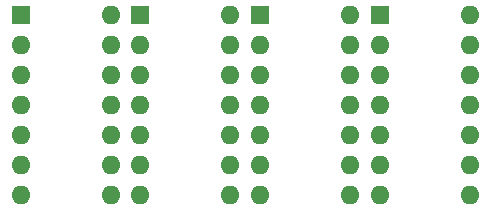
<source format=gbr>
%TF.GenerationSoftware,KiCad,Pcbnew,(5.99.0-7129-g2932fe1e64)*%
%TF.CreationDate,2020-12-05T18:13:36+08:00*%
%TF.ProjectId,Adapter,41646170-7465-4722-9e6b-696361645f70,rev?*%
%TF.SameCoordinates,Original*%
%TF.FileFunction,Soldermask,Top*%
%TF.FilePolarity,Negative*%
%FSLAX46Y46*%
G04 Gerber Fmt 4.6, Leading zero omitted, Abs format (unit mm)*
G04 Created by KiCad (PCBNEW (5.99.0-7129-g2932fe1e64)) date 2020-12-05 18:13:36*
%MOMM*%
%LPD*%
G01*
G04 APERTURE LIST*
%ADD10R,1.600000X1.600000*%
%ADD11O,1.600000X1.600000*%
G04 APERTURE END LIST*
D10*
%TO.C,U2*%
X125730000Y-76200000D03*
D11*
X125730000Y-78740000D03*
X125730000Y-81280000D03*
X125730000Y-83820000D03*
X125730000Y-86360000D03*
X125730000Y-88900000D03*
X125730000Y-91440000D03*
X133350000Y-91440000D03*
X133350000Y-88900000D03*
X133350000Y-86360000D03*
X133350000Y-83820000D03*
X133350000Y-81280000D03*
X133350000Y-78740000D03*
X133350000Y-76200000D03*
%TD*%
D10*
%TO.C,U3*%
X115570000Y-76200000D03*
D11*
X115570000Y-78740000D03*
X115570000Y-81280000D03*
X115570000Y-83820000D03*
X115570000Y-86360000D03*
X115570000Y-88900000D03*
X115570000Y-91440000D03*
X123190000Y-91440000D03*
X123190000Y-88900000D03*
X123190000Y-86360000D03*
X123190000Y-83820000D03*
X123190000Y-81280000D03*
X123190000Y-78740000D03*
X123190000Y-76200000D03*
%TD*%
D10*
%TO.C,U4*%
X105482000Y-76200000D03*
D11*
X105482000Y-78740000D03*
X105482000Y-81280000D03*
X105482000Y-83820000D03*
X105482000Y-86360000D03*
X105482000Y-88900000D03*
X105482000Y-91440000D03*
X113102000Y-91440000D03*
X113102000Y-88900000D03*
X113102000Y-86360000D03*
X113102000Y-83820000D03*
X113102000Y-81280000D03*
X113102000Y-78740000D03*
X113102000Y-76200000D03*
%TD*%
D10*
%TO.C,U1*%
X135890000Y-76200000D03*
D11*
X135890000Y-78740000D03*
X135890000Y-81280000D03*
X135890000Y-83820000D03*
X135890000Y-86360000D03*
X135890000Y-88900000D03*
X135890000Y-91440000D03*
X143510000Y-91440000D03*
X143510000Y-88900000D03*
X143510000Y-86360000D03*
X143510000Y-83820000D03*
X143510000Y-81280000D03*
X143510000Y-78740000D03*
X143510000Y-76200000D03*
%TD*%
M02*

</source>
